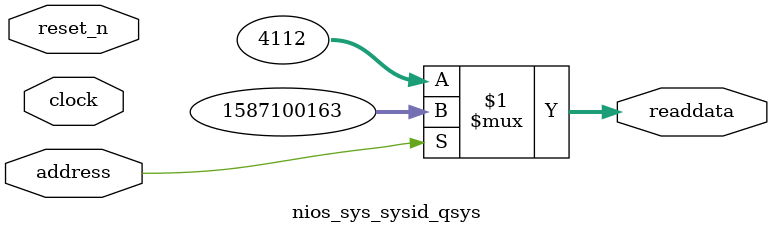
<source format=v>



// synthesis translate_off
`timescale 1ns / 1ps
// synthesis translate_on

// turn off superfluous verilog processor warnings 
// altera message_level Level1 
// altera message_off 10034 10035 10036 10037 10230 10240 10030 

module nios_sys_sysid_qsys (
               // inputs:
                address,
                clock,
                reset_n,

               // outputs:
                readdata
             )
;

  output  [ 31: 0] readdata;
  input            address;
  input            clock;
  input            reset_n;

  wire    [ 31: 0] readdata;
  //control_slave, which is an e_avalon_slave
  assign readdata = address ? 1587100163 : 4112;

endmodule



</source>
